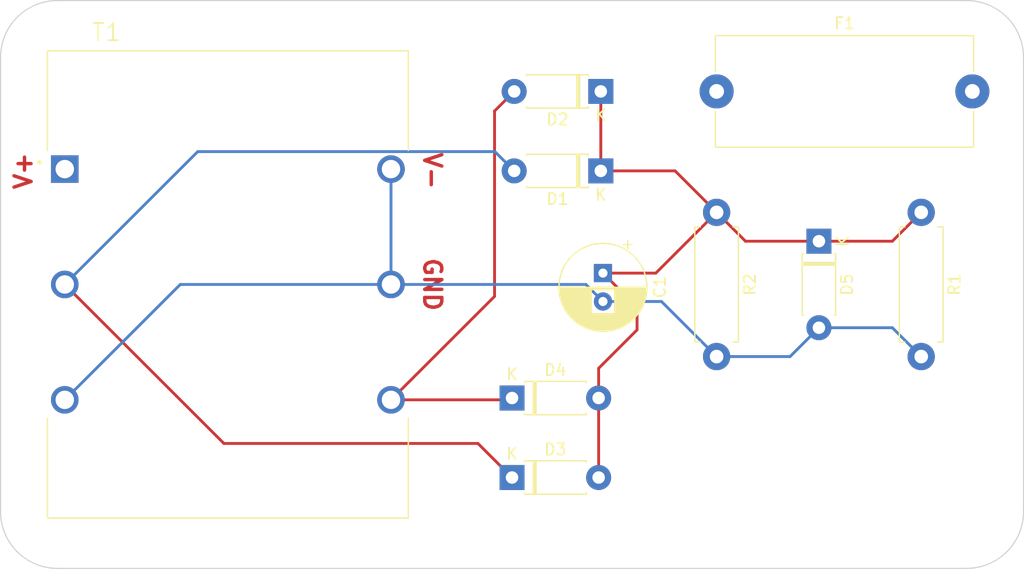
<source format=kicad_pcb>
(kicad_pcb (version 20211014) (generator pcbnew)
  (title_block (title "5V Power Supply") (date "2022-09-14") (rev "1"))
  (layers (0 "F.Cu" signal) (31 "B.Cu" signal) (34 "B.Paste" user) (35 "F.Paste" user) (36 "B.SilkS" user "B.Silkscreen") (37 "F.SilkS" user "F.Silkscreen") (38 "B.Mask" user) (39 "F.Mask" user) (44 "Edge.Cuts" user))
  (net 0 "")
  (net 1 "Net-(C1-Pad1)")
  (net 2 "V1")
  (net 3 "V2")
  (net 4 "Vmain")
  (net 5 "GND")
  (footprint "Diode_THT:D_DO-41_SOD81_P7.62mm_Horizontal" (layer "F.Cu") (at 91.5805 42.89 -90)
    (fp_text reference "D5" (at 3.81 -2.47 90) (layer "F.SilkS"))
    (fp_text value "1N5231B")
    (fp_text user "K" (at 0 -2.1 90) (layer "F.SilkS"))
    (fp_line (start 1.87 -1.47) (end 1.87 1.47) (layer "F.SilkS") (width 0.12))
    (fp_line (start 1.09 1.47) (end 6.53 1.47) (layer "F.SilkS") (width 0.12))
    (fp_line (start 6.53 -1.47) (end 6.53 -1.34) (layer "F.SilkS") (width 0.12))
    (fp_line (start 1.09 -1.34) (end 1.09 -1.47) (layer "F.SilkS") (width 0.12))
    (fp_line (start 6.53 1.47) (end 6.53 1.34) (layer "F.SilkS") (width 0.12))
    (fp_line (start 2.11 -1.47) (end 2.11 1.47) (layer "F.SilkS") (width 0.12))
    (fp_line (start 1.09 1.34) (end 1.09 1.47) (layer "F.SilkS") (width 0.12))
    (fp_line (start 1.99 -1.47) (end 1.99 1.47) (layer "F.SilkS") (width 0.12))
    (fp_line (start 1.09 -1.47) (end 6.53 -1.47) (layer "F.SilkS") (width 0.12))
    (pad "1" thru_hole rect (at 0 0 270) (size 2.2 2.2) (drill 1.1) (layers *.Cu *.Mask) (net 1 "Net-(C1-Pad1)"))
    (pad "2" thru_hole oval (at 7.62 0 270) (size 2.2 2.2) (drill 1.1) (layers *.Cu *.Mask) (net 5 "GND"))
  )
  (footprint "Diode_THT:D_DO-41_SOD81_P7.62mm_Horizontal" (layer "F.Cu") (at 64.5805 63.7)
    (fp_text reference "D3" (at 3.81 -2.47) (layer "F.SilkS"))
    (fp_text value "1N4004")
    (fp_text user "K" (at 0 -2.1) (layer "F.SilkS"))
    (fp_line (start 1.09 -1.47) (end 6.53 -1.47) (layer "F.SilkS") (width 0.12))
    (fp_line (start 2.11 -1.47) (end 2.11 1.47) (layer "F.SilkS") (width 0.12))
    (fp_line (start 1.87 -1.47) (end 1.87 1.47) (layer "F.SilkS") (width 0.12))
    (fp_line (start 1.09 1.34) (end 1.09 1.47) (layer "F.SilkS") (width 0.12))
    (fp_line (start 6.53 -1.47) (end 6.53 -1.34) (layer "F.SilkS") (width 0.12))
    (fp_line (start 1.09 -1.34) (end 1.09 -1.47) (layer "F.SilkS") (width 0.12))
    (fp_line (start 1.09 1.47) (end 6.53 1.47) (layer "F.SilkS") (width 0.12))
    (fp_line (start 1.99 -1.47) (end 1.99 1.47) (layer "F.SilkS") (width 0.12))
    (fp_line (start 6.53 1.47) (end 6.53 1.34) (layer "F.SilkS") (width 0.12))
    (pad "1" thru_hole rect (at 0 0) (size 2.2 2.2) (drill 1.1) (layers *.Cu *.Mask) (net 2 "V1"))
    (pad "2" thru_hole oval (at 7.62 0) (size 2.2 2.2) (drill 1.1) (layers *.Cu *.Mask) (net 1 "Net-(C1-Pad1)"))
  )
  (footprint "PC-34-125:XFMR_PC-34-125" (layer "F.Cu") (at 39.5805 46.7)
    (fp_text reference "T1" (at -10.68 -22.2056) (layer "F.SilkS") (effects (font (size 1.514331 1.514331))))
    (fp_text value "Transformer_1P_2S")
    (fp_line (start 15.875 -20.574) (end 15.875 -11.8) (layer "F.SilkS") (width 0.127))
    (fp_line (start -15.875 20.574) (end 15.875 20.574) (layer "F.SilkS") (width 0.127))
    (fp_line (start -15.875 20.574) (end -15.875 11.8) (layer "F.SilkS") (width 0.127))
    (fp_line (start -15.875 -20.574) (end 15.875 -20.574) (layer "F.SilkS") (width 0.127))
    (fp_line (start 15.875 11.8) (end 15.875 20.574) (layer "F.SilkS") (width 0.127))
    (fp_line (start -15.875 -11.8) (end -15.875 -20.574) (layer "F.SilkS") (width 0.127))
    (fp_circle (center -16.5771 -10.754) (end -16.4771 -10.754) (layer "F.SilkS") (width 0.2) (fill none))
    (pad "1" thru_hole rect locked (at -14.351 -10.16) (size 2.43 2.43) (drill 1.62) (layers *.Cu *.Mask) (net 4 "Vmain"))
    (pad "2" thru_hole circle locked (at 14.351 -10.16) (size 2.43 2.43) (drill 1.62) (layers *.Cu *.Mask) (net 5 "GND"))
    (pad "3" thru_hole circle locked (at -14.351 0) (size 2.43 2.43) (drill 1.62) (layers *.Cu *.Mask) (net 2 "V1"))
    (pad "4" thru_hole circle locked (at -14.351 10.16) (size 2.43 2.43) (drill 1.62) (layers *.Cu *.Mask) (net 5 "GND"))
    (pad "5" thru_hole circle locked (at 14.351 0) (size 2.43 2.43) (drill 1.62) (layers *.Cu *.Mask) (net 5 "GND"))
    (pad "6" thru_hole circle locked (at 14.351 10.16) (size 2.43 2.43) (drill 1.62) (layers *.Cu *.Mask) (net 3 "V2"))
  )
  (footprint "Resistor_THT:R_Axial_DIN0411_L9.9mm_D3.6mm_P12.70mm_Horizontal" (layer "F.Cu") (at 100.5805 40.35 -90)
    (fp_text reference "R1" (at 6.35 -2.92 90) (layer "F.SilkS"))
    (fp_text value "1.5k")
    (fp_line (start 1.28 1.44) (end 1.28 1.92) (layer "F.SilkS") (width 0.12))
    (fp_line (start 1.28 -1.44) (end 1.28 -1.92) (layer "F.SilkS") (width 0.12))
    (fp_line (start 11.42 -1.92) (end 11.42 -1.44) (layer "F.SilkS") (width 0.12))
    (fp_line (start 1.28 1.92) (end 11.42 1.92) (layer "F.SilkS") (width 0.12))
    (fp_line (start 11.42 1.92) (end 11.42 1.44) (layer "F.SilkS") (width 0.12))
    (fp_line (start 1.28 -1.92) (end 11.42 -1.92) (layer "F.SilkS") (width 0.12))
    (pad "1" thru_hole circle (at 0 0 270) (size 2.4 2.4) (drill 1.2) (layers *.Cu *.Mask) (net 1 "Net-(C1-Pad1)"))
    (pad "2" thru_hole oval (at 12.7 0 270) (size 2.4 2.4) (drill 1.2) (layers *.Cu *.Mask) (net 5 "GND"))
  )
  (footprint "Diode_THT:D_DO-41_SOD81_P7.62mm_Horizontal" (layer "F.Cu") (at 64.5805 56.7)
    (fp_text reference "D4" (at 3.81 -2.47) (layer "F.SilkS"))
    (fp_text value "1N4004")
    (fp_text user "K" (at 0 -2.1) (layer "F.SilkS"))
    (fp_line (start 6.53 -1.47) (end 6.53 -1.34) (layer "F.SilkS") (width 0.12))
    (fp_line (start 2.11 -1.47) (end 2.11 1.47) (layer "F.SilkS") (width 0.12))
    (fp_line (start 1.09 -1.34) (end 1.09 -1.47) (layer "F.SilkS") (width 0.12))
    (fp_line (start 1.87 -1.47) (end 1.87 1.47) (layer "F.SilkS") (width 0.12))
    (fp_line (start 1.99 -1.47) (end 1.99 1.47) (layer "F.SilkS") (width 0.12))
    (fp_line (start 1.09 1.34) (end 1.09 1.47) (layer "F.SilkS") (width 0.12))
    (fp_line (start 1.09 -1.47) (end 6.53 -1.47) (layer "F.SilkS") (width 0.12))
    (fp_line (start 6.53 1.47) (end 6.53 1.34) (layer "F.SilkS") (width 0.12))
    (fp_line (start 1.09 1.47) (end 6.53 1.47) (layer "F.SilkS") (width 0.12))
    (pad "1" thru_hole rect (at 0 0) (size 2.2 2.2) (drill 1.1) (layers *.Cu *.Mask) (net 3 "V2"))
    (pad "2" thru_hole oval (at 7.62 0) (size 2.2 2.2) (drill 1.1) (layers *.Cu *.Mask) (net 1 "Net-(C1-Pad1)"))
  )
  (footprint "Diode_THT:D_DO-41_SOD81_P7.62mm_Horizontal" (layer "F.Cu") (at 72.3905 36.7 180)
    (fp_text reference "D1" (at 3.81 -2.47) (layer "F.SilkS"))
    (fp_text value "1N4004")
    (fp_text user "K" (at 0 -2.1) (layer "F.SilkS"))
    (fp_line (start 1.09 1.34) (end 1.09 1.47) (layer "F.SilkS") (width 0.12))
    (fp_line (start 6.53 -1.47) (end 6.53 -1.34) (layer "F.SilkS") (width 0.12))
    (fp_line (start 1.87 -1.47) (end 1.87 1.47) (layer "F.SilkS") (width 0.12))
    (fp_line (start 1.09 -1.47) (end 6.53 -1.47) (layer "F.SilkS") (width 0.12))
    (fp_line (start 1.99 -1.47) (end 1.99 1.47) (layer "F.SilkS") (width 0.12))
    (fp_line (start 2.11 -1.47) (end 2.11 1.47) (layer "F.SilkS") (width 0.12))
    (fp_line (start 6.53 1.47) (end 6.53 1.34) (layer "F.SilkS") (width 0.12))
    (fp_line (start 1.09 -1.34) (end 1.09 -1.47) (layer "F.SilkS") (width 0.12))
    (fp_line (start 1.09 1.47) (end 6.53 1.47) (layer "F.SilkS") (width 0.12))
    (pad "1" thru_hole rect (at 0 0 180) (size 2.2 2.2) (drill 1.1) (layers *.Cu *.Mask) (net 1 "Net-(C1-Pad1)"))
    (pad "2" thru_hole oval (at 7.62 0 180) (size 2.2 2.2) (drill 1.1) (layers *.Cu *.Mask) (net 2 "V1"))
  )
  (footprint "Capacitor_THT:CP_Radial_D7.5mm_P2.50mm" (layer "F.Cu") (at 72.5805 45.7 -90)
    (fp_text reference "C1" (at 1.25 -5 90) (layer "F.SilkS"))
    (fp_text value "470u")
    (fp_line (start 1.89 1.04) (end 1.89 3.777) (layer "F.SilkS") (width 0.12))
    (fp_line (start 1.971 1.04) (end 1.971 3.763) (layer "F.SilkS") (width 0.12))
    (fp_line (start 2.051 1.04) (end 2.051 3.747) (layer "F.SilkS") (width 0.12))
    (fp_line (start 3.931 -2.752) (end 3.931 2.752) (layer "F.SilkS") (width 0.12))
    (fp_line (start 3.811 -2.863) (end 3.811 2.863) (layer "F.SilkS") (width 0.12))
    (fp_line (start 1.77 -3.795) (end 1.77 -1.04) (layer "F.SilkS") (width 0.12))
    (fp_line (start 3.331 -3.224) (end 3.331 -1.04) (layer "F.SilkS") (width 0.12))
    (fp_line (start -2.517211 -2.55) (end -2.517211 -1.8) (layer "F.SilkS") (width 0.12))
    (fp_line (start 4.411 -2.195) (end 4.411 2.195) (layer "F.SilkS") (width 0.12))
    (fp_line (start 3.531 1.04) (end 3.531 3.088) (layer "F.SilkS") (width 0.12))
    (fp_line (start 2.131 -3.729) (end 2.131 -1.04) (layer "F.SilkS") (width 0.12))
    (fp_line (start 3.211 1.04) (end 3.211 3.297) (layer "F.SilkS") (width 0.12))
    (fp_line (start 1.85 1.04) (end 1.85 3.784) (layer "F.SilkS") (width 0.12))
    (fp_line (start 3.131 1.04) (end 3.131 3.343) (layer "F.SilkS") (width 0.12))
    (fp_line (start 2.291 -3.688) (end 2.291 -1.04) (layer "F.SilkS") (width 0.12))
    (fp_line (start 4.851 -1.381) (end 4.851 1.381) (layer "F.SilkS") (width 0.12))
    (fp_line (start 1.81 1.04) (end 1.81 3.79) (layer "F.SilkS") (width 0.12))
    (fp_line (start 3.491 1.04) (end 3.491 3.116) (layer "F.SilkS") (width 0.12))
    (fp_line (start 2.171 1.04) (end 2.171 3.72) (layer "F.SilkS") (width 0.12))
    (fp_line (start 1.53 -3.82) (end 1.53 -1.04) (layer "F.SilkS") (width 0.12))
    (fp_line (start 2.811 -3.502) (end 2.811 -1.04) (layer "F.SilkS") (width 0.12))
    (fp_line (start 4.091 -2.589) (end 4.091 2.589) (layer "F.SilkS") (width 0.12))
    (fp_line (start 1.81 -3.79) (end 1.81 -1.04) (layer "F.SilkS") (width 0.12))
    (fp_line (start 3.131 -3.343) (end 3.131 -1.04) (layer "F.SilkS") (width 0.12))
    (fp_line (start 2.851 1.04) (end 2.851 3.484) (layer "F.SilkS") (width 0.12))
    (fp_line (start 2.691 1.04) (end 2.691 3.553) (layer "F.SilkS") (width 0.12))
    (fp_line (start 2.251 -3.699) (end 2.251 -1.04) (layer "F.SilkS") (width 0.12))
    (fp_line (start 1.93 -3.77) (end 1.93 -1.04) (layer "F.SilkS") (width 0.12))
    (fp_line (start 4.291 -2.355) (end 4.291 2.355) (layer "F.SilkS") (width 0.12))
    (fp_line (start 3.091 1.04) (end 3.091 3.365) (layer "F.SilkS") (width 0.12))
    (fp_line (start 3.771 -2.898) (end 3.771 2.898) (layer "F.SilkS") (width 0.12))
    (fp_line (start 4.251 -2.405) (end 4.251 2.405) (layer "F.SilkS") (width 0.12))
    (fp_line (start 1.93 1.04) (end 1.93 3.77) (layer "F.SilkS") (width 0.12))
    (fp_line (start 4.811 -1.478) (end 4.811 1.478) (layer "F.SilkS") (width 0.12))
    (fp_line (start -2.892211 -2.175) (end -2.142211 -2.175) (layer "F.SilkS") (width 0.12))
    (fp_line (start 2.611 1.04) (end 2.611 3.584) (layer "F.SilkS") (width 0.12))
    (fp_line (start 4.491 -2.077) (end 4.491 2.077) (layer "F.SilkS") (width 0.12))
    (fp_line (start 4.771 -1.569) (end 4.771 1.569) (layer "F.SilkS") (width 0.12))
    (fp_line (start 1.89 -3.777) (end 1.89 -1.04) (layer "F.SilkS") (width 0.12))
    (fp_line (start 2.051 -3.747) (end 2.051 -1.04) (layer "F.SilkS") (width 0.12))
    (fp_line (start 1.61 1.04) (end 1.61 3.814) (layer "F.SilkS") (width 0.12))
    (fp_line (start 2.171 -3.72) (end 2.171 -1.04) (layer "F.SilkS") (width 0.12))
    (fp_line (start 3.291 -3.249) (end 3.291 -1.04) (layer "F.SilkS") (width 0.12))
    (fp_line (start 3.331 1.04) (end 3.331 3.224) (layer "F.SilkS") (width 0.12))
    (fp_line (start 2.651 -3.568) (end 2.651 -1.04) (layer "F.SilkS") (width 0.12))
    (fp_line (start 2.371 -3.665) (end 2.371 -1.04) (layer "F.SilkS") (width 0.12))
    (fp_line (start 3.251 1.04) (end 3.251 3.274) (layer "F.SilkS") (width 0.12))
    (fp_line (start 2.811 1.04) (end 2.811 3.502) (layer "F.SilkS") (width 0.12))
    (fp_line (start 5.051 -0.693) (end 5.051 0.693) (layer "F.SilkS") (width 0.12))
    (fp_line (start 3.051 -3.386) (end 3.051 -1.04) (layer "F.SilkS") (width 0.12))
    (fp_line (start 4.731 -1.654) (end 4.731 1.654) (layer "F.SilkS") (width 0.12))
    (fp_line (start 3.851 -2.827) (end 3.851 2.827) (layer "F.SilkS") (width 0.12))
    (fp_line (start 1.65 -3.81) (end 1.65 -1.04) (layer "F.SilkS") (width 0.12))
    (fp_line (start 1.37 -3.829) (end 1.37 3.829) (layer "F.SilkS") (width 0.12))
    (fp_line (start 4.171 -2.5) (end 4.171 2.5) (layer "F.SilkS") (width 0.12))
    (fp_line (start 2.931 1.04) (end 2.931 3.447) (layer "F.SilkS") (width 0.12))
    (fp_line (start 2.411 -3.653) (end 2.411 -1.04) (layer "F.SilkS") (width 0.12))
    (fp_line (start 4.891 -1.275) (end 4.891 1.275) (layer "F.SilkS") (width 0.12))
    (fp_line (start 3.531 -3.088) (end 3.531 -1.04) (layer "F.SilkS") (width 0.12))
    (fp_line (start 2.571 1.04) (end 2.571 3.598) (layer "F.SilkS") (width 0.12))
    (fp_line (start 3.691 -2.964) (end 3.691 2.964) (layer "F.SilkS") (width 0.12))
    (fp_line (start 3.291 1.04) (end 3.291 3.249) (layer "F.SilkS") (width 0.12))
    (fp_line (start 3.611 -3.028) (end 3.611 3.028) (layer "F.SilkS") (width 0.12))
    (fp_line (start 3.411 1.04) (end 3.411 3.172) (layer "F.SilkS") (width 0.12))
    (fp_line (start 2.571 -3.598) (end 2.571 -1.04) (layer "F.SilkS") (width 0.12))
    (fp_line (start 4.691 -1.733) (end 4.691 1.733) (layer "F.SilkS") (width 0.12))
    (fp_line (start 1.57 1.04) (end 1.57 3.817) (layer "F.SilkS") (width 0.12))
    (fp_line (start 5.091 -0.441) (end 5.091 0.441) (layer "F.SilkS") (width 0.12))
    (fp_line (start 1.25 -3.83) (end 1.25 3.83) (layer "F.SilkS") (width 0.12))
    (fp_line (start 2.731 -3.536) (end 2.731 -1.04) (layer "F.SilkS") (width 0.12))
    (fp_line (start 2.851 -3.484) (end 2.851 -1.04) (layer "F.SilkS") (width 0.12))
    (fp_line (start 2.651 1.04) (end 2.651 3.568) (layer "F.SilkS") (width 0.12))
    (fp_line (start 4.531 -2.014) (end 4.531 2.014) (layer "F.SilkS") (width 0.12))
    (fp_line (start 3.411 -3.172) (end 3.411 -1.04) (layer "F.SilkS") (width 0.12))
    (fp_line (start 2.891 -3.466) (end 2.891 -1.04) (layer "F.SilkS") (width 0.12))
    (fp_line (start 1.73 1.04) (end 1.73 3.801) (layer "F.SilkS") (width 0.12))
    (fp_line (start 2.291 1.04) (end 2.291 3.688) (layer "F.SilkS") (width 0.12))
    (fp_line (start 2.891 1.04) (end 2.891 3.466) (layer "F.SilkS") (width 0.12))
    (fp_line (start 4.611 -1.881) (end 4.611 1.881) (layer "F.SilkS") (width 0.12))
    (fp_line (start 3.491 -3.116) (end 3.491 -1.04) (layer "F.SilkS") (width 0.12))
    (fp_line (start 4.651 -1.809) (end 4.651 1.809) (layer "F.SilkS") (width 0.12))
    (fp_line (start 2.451 1.04) (end 2.451 3.64) (layer "F.SilkS") (width 0.12))
    (fp_line (start 4.571 -1.949) (end 4.571 1.949) (layer "F.SilkS") (width 0.12))
    (fp_line (start 1.65 1.04) (end 1.65 3.81) (layer "F.SilkS") (width 0.12))
    (fp_line (start 3.651 -2.996) (end 3.651 2.996) (layer "F.SilkS") (width 0.12))
    (fp_line (start 3.371 1.04) (end 3.371 3.198) (layer "F.SilkS") (width 0.12))
    (fp_line (start 3.211 -3.297) (end 3.211 -1.04) (layer "F.SilkS") (width 0.12))
    (fp_line (start 2.251 1.04) (end 2.251 3.699) (layer "F.SilkS") (width 0.12))
    (fp_line (start 4.011 -2.673) (end 4.011 2.673) (layer "F.SilkS") (width 0.12))
    (fp_line (start 3.731 -2.931) (end 3.731 2.931) (layer "F.SilkS") (width 0.12))
    (fp_line (start 2.091 -3.738) (end 2.091 -1.04) (layer "F.SilkS") (width 0.12))
    (fp_line (start 1.77 1.04) (end 1.77 3.795) (layer "F.SilkS") (width 0.12))
    (fp_line (start 2.371 1.04) (end 2.371 3.665) (layer "F.SilkS") (width 0.12))
    (fp_line (start 2.691 -3.553) (end 2.691 -1.04) (layer "F.SilkS") (width 0.12))
    (fp_line (start 3.171 1.04) (end 3.171 3.321) (layer "F.SilkS") (width 0.12))
    (fp_line (start 3.971 -2.713) (end 3.971 2.713) (layer "F.SilkS") (width 0.12))
    (fp_line (start 2.451 -3.64) (end 2.451 -1.04) (layer "F.SilkS") (width 0.12))
    (fp_line (start 3.371 -3.198) (end 3.371 -1.04) (layer "F.SilkS") (width 0.12))
    (fp_line (start 3.171 -3.321) (end 3.171 -1.04) (layer "F.SilkS") (width 0.12))
    (fp_line (start 1.33 -3.83) (end 1.33 3.83) (layer "F.SilkS") (width 0.12))
    (fp_line (start 4.931 -1.158) (end 4.931 1.158) (layer "F.SilkS") (width 0.12))
    (fp_line (start 1.85 -3.784) (end 1.85 -1.04) (layer "F.SilkS") (width 0.12))
    (fp_line (start 1.73 -3.801) (end 1.73 -1.04) (layer "F.SilkS") (width 0.12))
    (fp_line (start 2.131 1.04) (end 2.131 3.729) (layer "F.SilkS") (width 0.12))
    (fp_line (start 2.971 -3.427) (end 2.971 -1.04) (layer "F.SilkS") (width 0.12))
    (fp_line (start 1.49 1.04) (end 1.49 3.823) (layer "F.SilkS") (width 0.12))
    (fp_line (start 4.331 -2.304) (end 4.331 2.304) (layer "F.SilkS") (width 0.12))
    (fp_line (start 1.53 1.04) (end 1.53 3.82) (layer "F.SilkS") (width 0.12))
    (fp_line (start 3.011 1.04) (end 3.011 3.407) (layer "F.SilkS") (width 0.12))
    (fp_line (start 1.49 -3.823) (end 1.49 -1.04) (layer "F.SilkS") (width 0.12))
    (fp_line (start 2.931 -3.447) (end 2.931 -1.04) (layer "F.SilkS") (width 0.12))
    (fp_line (start 2.611 -3.584) (end 2.611 -1.04) (layer "F.SilkS") (width 0.12))
    (fp_line (start 2.731 1.04) (end 2.731 3.536) (layer "F.SilkS") (width 0.12))
    (fp_line (start 2.091 1.04) (end 2.091 3.738) (layer "F.SilkS") (width 0.12))
    (fp_line (start 1.29 -3.83) (end 1.29 3.83) (layer "F.SilkS") (width 0.12))
    (fp_line (start 4.971 -1.028) (end 4.971 1.028) (layer "F.SilkS") (width 0.12))
    (fp_line (start 1.61 -3.814) (end 1.61 -1.04) (layer "F.SilkS") (width 0.12))
    (fp_line (start 3.251 -3.274) (end 3.251 -1.04) (layer "F.SilkS") (width 0.12))
    (fp_line (start 1.69 1.04) (end 1.69 3.805) (layer "F.SilkS") (width 0.12))
    (fp_line (start 1.57 -3.817) (end 1.57 -1.04) (layer "F.SilkS") (width 0.12))
    (fp_line (start 2.211 1.04) (end 2.211 3.71) (layer "F.SilkS") (width 0.12))
    (fp_line (start 4.211 -2.454) (end 4.211 2.454) (layer "F.SilkS") (width 0.12))
    (fp_line (start 2.211 -3.71) (end 2.211 -1.04) (layer "F.SilkS") (width 0.12))
    (fp_line (start 3.891 -2.79) (end 3.891 2.79) (layer "F.SilkS") (width 0.12))
    (fp_line (start 1.41 -3.827) (end 1.41 3.827) (layer "F.SilkS") (width 0.12))
    (fp_line (start 5.011 -0.877) (end 5.011 0.877) (layer "F.SilkS") (width 0.12))
    (fp_line (start 2.491 -3.626) (end 2.491 -1.04) (layer "F.SilkS") (width 0.12))
    (fp_line (start 2.411 1.04) (end 2.411 3.653) (layer "F.SilkS") (width 0.12))
    (fp_line (start 3.011 -3.407) (end 3.011 -1.04) (layer "F.SilkS") (width 0.12))
    (fp_line (start 4.131 -2.546) (end 4.131 2.546) (layer "F.SilkS") (width 0.12))
    (fp_line (start 2.011 -3.755) (end 2.011 -1.04) (layer "F.SilkS") (width 0.12))
    (fp_line (start 2.011 1.04) (end 2.011 3.755) (layer "F.SilkS") (width 0.12))
    (fp_line (start 2.531 1.04) (end 2.531 3.613) (layer "F.SilkS") (width 0.12))
    (fp_line (start 1.45 -3.825) (end 1.45 3.825) (layer "F.SilkS") (width 0.12))
    (fp_line (start 2.971 1.04) (end 2.971 3.427) (layer "F.SilkS") (width 0.12))
    (fp_line (start 2.771 -3.52) (end 2.771 -1.04) (layer "F.SilkS") (width 0.12))
    (fp_line (start 2.331 -3.677) (end 2.331 -1.04) (layer "F.SilkS") (width 0.12))
    (fp_line (start 2.491 1.04) (end 2.491 3.626) (layer "F.SilkS") (width 0.12))
    (fp_line (start 3.451 1.04) (end 3.451 3.144) (layer "F.SilkS") (width 0.12))
    (fp_line (start 4.051 -2.632) (end 4.051 2.632) (layer "F.SilkS") (width 0.12))
    (fp_line (start 4.451 -2.137) (end 4.451 2.137) (layer "F.SilkS") (width 0.12))
    (fp_line (start 3.451 -3.144) (end 3.451 -1.04) (layer "F.SilkS") (width 0.12))
    (fp_line (start 4.371 -2.25) (end 4.371 2.25) (layer "F.SilkS") (width 0.12))
    (fp_line (start 2.531 -3.613) (end 2.531 -1.04) (layer "F.SilkS") (width 0.12))
    (fp_line (start 2.771 1.04) (end 2.771 3.52) (layer "F.SilkS") (width 0.12))
    (fp_line (start 1.971 -3.763) (end 1.971 -1.04) (layer "F.SilkS") (width 0.12))
    (fp_line (start 3.051 1.04) (end 3.051 3.386) (layer "F.SilkS") (width 0.12))
    (fp_line (start 3.571 -3.058) (end 3.571 3.058) (layer "F.SilkS") (width 0.12))
    (fp_line (start 3.091 -3.365) (end 3.091 -1.04) (layer "F.SilkS") (width 0.12))
    (fp_line (start 2.331 1.04) (end 2.331 3.677) (layer "F.SilkS") (width 0.12))
    (fp_line (start 1.69 -3.805) (end 1.69 -1.04) (layer "F.SilkS") (width 0.12))
    (fp_circle (center 1.25 0) (end 5.12 0) (layer "F.SilkS") (width 0.12) (fill none))
    (pad "1" thru_hole rect (at 0 0 270) (size 1.6 1.6) (drill 0.8) (layers *.Cu *.Mask) (net 1 "Net-(C1-Pad1)"))
    (pad "2" thru_hole circle (at 2.5 0 270) (size 1.6 1.6) (drill 0.8) (layers *.Cu *.Mask) (net 5 "GND"))
  )
  (footprint "Diode_THT:D_DO-41_SOD81_P7.62mm_Horizontal" (layer "F.Cu") (at 72.3905 29.7 180)
    (fp_text reference "D2" (at 3.81 -2.47) (layer "F.SilkS"))
    (fp_text value "1N4004")
    (fp_text user "K" (at 0 -2.1) (layer "F.SilkS"))
    (fp_line (start 1.09 -1.47) (end 6.53 -1.47) (layer "F.SilkS") (width 0.12))
    (fp_line (start 6.53 1.47) (end 6.53 1.34) (layer "F.SilkS") (width 0.12))
    (fp_line (start 1.09 1.34) (end 1.09 1.47) (layer "F.SilkS") (width 0.12))
    (fp_line (start 1.09 1.47) (end 6.53 1.47) (layer "F.SilkS") (width 0.12))
    (fp_line (start 1.87 -1.47) (end 1.87 1.47) (layer "F.SilkS") (width 0.12))
    (fp_line (start 1.99 -1.47) (end 1.99 1.47) (layer "F.SilkS") (width 0.12))
    (fp_line (start 6.53 -1.47) (end 6.53 -1.34) (layer "F.SilkS") (width 0.12))
    (fp_line (start 1.09 -1.34) (end 1.09 -1.47) (layer "F.SilkS") (width 0.12))
    (fp_line (start 2.11 -1.47) (end 2.11 1.47) (layer "F.SilkS") (width 0.12))
    (pad "1" thru_hole rect (at 0 0 180) (size 2.2 2.2) (drill 1.1) (layers *.Cu *.Mask) (net 1 "Net-(C1-Pad1)"))
    (pad "2" thru_hole oval (at 7.62 0 180) (size 2.2 2.2) (drill 1.1) (layers *.Cu *.Mask) (net 3 "V2"))
  )
  (footprint "Fuse:Fuseholder_Cylinder-5x20mm_Schurter_0031_8201_Horizontal_Open" (layer "F.Cu") (at 82.5805 29.7)
    (fp_text reference "F1" (at 11.25 -6) (layer "F.SilkS"))
    (fp_text value "Fuse")
    (fp_line (start -0.11 4.91) (end 22.61 4.91) (layer "F.SilkS") (width 0.12))
    (fp_line (start -0.11 -4.91) (end 22.61 -4.91) (layer "F.SilkS") (width 0.12))
    (fp_line (start -0.11 4.91) (end -0.11 1.75) (layer "F.SilkS") (width 0.12))
    (fp_line (start -0.11 -1.75) (end -0.11 -4.91) (layer "F.SilkS") (width 0.12))
    (fp_line (start 22.61 4.91) (end 22.61 1.75) (layer "F.SilkS") (width 0.12))
    (fp_line (start 22.61 -1.75) (end 22.61 -4.91) (layer "F.SilkS") (width 0.12))
    (pad "" np_thru_hole circle (at 11.25 0) (size 2.7 2.7) (drill 2.7) (layers *.Cu *.Mask))
    (pad "1" thru_hole circle (at 0 0) (size 3 3) (drill 1.3) (layers *.Cu *.Mask))
    (pad "2" thru_hole circle (at 22.5 0) (size 3 3) (drill 1.3) (layers *.Cu *.Mask))
  )
  (footprint "Resistor_THT:R_Axial_DIN0411_L9.9mm_D3.6mm_P12.70mm_Horizontal" (layer "F.Cu") (at 82.5805 40.35 -90)
    (fp_text reference "R2" (at 6.35 -2.92 90) (layer "F.SilkS"))
    (fp_text value "R")
    (fp_line (start 1.28 -1.92) (end 11.42 -1.92) (layer "F.SilkS") (width 0.12))
    (fp_line (start 11.42 -1.92) (end 11.42 -1.44) (layer "F.SilkS") (width 0.12))
    (fp_line (start 1.28 1.92) (end 11.42 1.92) (layer "F.SilkS") (width 0.12))
    (fp_line (start 11.42 1.92) (end 11.42 1.44) (layer "F.SilkS") (width 0.12))
    (fp_line (start 1.28 -1.44) (end 1.28 -1.92) (layer "F.SilkS") (width 0.12))
    (fp_line (start 1.28 1.44) (end 1.28 1.92) (layer "F.SilkS") (width 0.12))
    (pad "1" thru_hole circle (at 0 0 270) (size 2.4 2.4) (drill 1.2) (layers *.Cu *.Mask) (net 1 "Net-(C1-Pad1)"))
    (pad "2" thru_hole oval (at 12.7 0 270) (size 2.4 2.4) (drill 1.2) (layers *.Cu *.Mask) (net 5 "GND"))
  )
  (gr_line (start 104.5805 71.7) (end 24.5805 71.7) (layer "Edge.Cuts") (width 0.1))
  (gr_arc (start 104.5805 21.7) (mid 108.116034 23.164466) (end 109.5805 26.7) (layer "Edge.Cuts") (width 0.1))
  (gr_arc (start 19.5805 26.7) (mid 21.044966 23.164466) (end 24.5805 21.7) (layer "Edge.Cuts") (width 0.1))
  (gr_arc (start 109.5805 66.7) (mid 108.116034 70.235534) (end 104.5805 71.7) (layer "Edge.Cuts") (width 0.1))
  (gr_line (start 24.5805 21.7) (end 104.5805 21.7) (layer "Edge.Cuts") (width 0.1))
  (gr_line (start 19.5805 66.7) (end 19.5805 26.7) (layer "Edge.Cuts") (width 0.1))
  (gr_arc (start 24.5805 71.7) (mid 21.044966 70.235534) (end 19.5805 66.7) (layer "Edge.Cuts") (width 0.1))
  (gr_line (start 109.5805 26.7) (end 109.5805 66.7) (layer "Edge.Cuts") (width 0.1))
  (gr_text "V-\n" (at 57.5805 36.7 270) (layer "F.Cu") (effects (font (size 1.5 1.5) (thickness 0.3))))
  (gr_text "GND" (at 57.5805 46.7 270) (layer "F.Cu") (effects (font (size 1.5 1.5) (thickness 0.3))))
  (gr_text "V+\n" (at 21.5805 36.7 90) (layer "F.Cu") (effects (font (size 1.5 1.5) (thickness 0.3))))
  (segment (start 78.9305 36.7) (end 72.3905 36.7) (width 0.25) (layer "F.Cu") (net 1))
  (segment (start 100.5805 40.35) (end 98.0405 42.89) (width 0.25) (layer "F.Cu") (net 1))
  (segment (start 85.1205 42.89) (end 82.5805 40.35) (width 0.25) (layer "F.Cu") (net 1))
  (segment (start 75.5805 50.7) (end 75.5805 48.7) (width 0.25) (layer "F.Cu") (net 1))
  (segment (start 72.3905 36.7) (end 72.3905 29.7) (width 0.25) (layer "F.Cu") (net 1))
  (segment (start 98.0405 42.89) (end 91.5805 42.89) (width 0.25) (layer "F.Cu") (net 1))
  (segment (start 82.5805 40.35) (end 78.9305 36.7) (width 0.25) (layer "F.Cu") (net 1))
  (segment (start 72.2005 56.7) (end 72.2005 54.08) (width 0.25) (layer "F.Cu") (net 1))
  (segment (start 72.2005 54.08) (end 75.5805 50.7) (width 0.25) (layer "F.Cu") (net 1))
  (segment (start 72.2005 63.7) (end 72.2005 56.7) (width 0.25) (layer "F.Cu") (net 1))
  (segment (start 75.5805 48.7) (end 72.5805 45.7) (width 0.25) (layer "F.Cu") (net 1))
  (segment (start 77.2305 45.7) (end 82.5805 40.35) (width 0.25) (layer "F.Cu") (net 1))
  (segment (start 91.5805 42.89) (end 85.1205 42.89) (width 0.25) (layer "F.Cu") (net 1))
  (segment (start 72.5805 45.7) (end 77.2305 45.7) (width 0.25) (layer "F.Cu") (net 1))
  (segment (start 61.5805 60.7) (end 39.2295 60.7) (width 0.25) (layer "F.Cu") (net 2))
  (segment (start 39.2295 60.7) (end 25.2295 46.7) (width 0.25) (layer "F.Cu") (net 2))
  (segment (start 64.5805 63.7) (end 61.5805 60.7) (width 0.25) (layer "F.Cu") (net 2))
  (segment (start 36.9295 35) (end 25.2295 46.7) (width 0.25) (layer "B.Cu") (net 2))
  (segment (start 63.0705 35) (end 36.9295 35) (width 0.25) (layer "B.Cu") (net 2))
  (segment (start 64.7705 36.7) (end 63.0705 35) (width 0.25) (layer "B.Cu") (net 2))
  (segment (start 63.042635 31.427865) (end 64.7705 29.7) (width 0.25) (layer "F.Cu") (net 3))
  (segment (start 53.9315 56.86) (end 64.4205 56.86) (width 0.25) (layer "F.Cu") (net 3))
  (segment (start 64.4205 56.86) (end 64.5805 56.7) (width 0.25) (layer "F.Cu") (net 3))
  (segment (start 63.042635 47.748865) (end 63.042635 31.427865) (width 0.25) (layer "F.Cu") (net 3))
  (segment (start 53.9315 56.86) (end 63.042635 47.748865) (width 0.25) (layer "F.Cu") (net 3))
  (segment (start 82.5805 53.05) (end 89.0405 53.05) (width 0.25) (layer "B.Cu") (net 5))
  (segment (start 25.2295 56.86) (end 35.3895 46.7) (width 0.25) (layer "B.Cu") (net 5))
  (segment (start 91.5805 50.51) (end 98.0405 50.51) (width 0.25) (layer "B.Cu") (net 5))
  (segment (start 35.3895 46.7) (end 53.9315 46.7) (width 0.25) (layer "B.Cu") (net 5))
  (segment (start 77.7305 48.2) (end 82.5805 53.05) (width 0.25) (layer "B.Cu") (net 5))
  (segment (start 71.0805 46.7) (end 72.5805 48.2) (width 0.25) (layer "B.Cu") (net 5))
  (segment (start 98.0405 50.51) (end 100.5805 53.05) (width 0.25) (layer "B.Cu") (net 5))
  (segment (start 53.9315 46.7) (end 71.0805 46.7) (width 0.25) (layer "B.Cu") (net 5))
  (segment (start 89.0405 53.05) (end 91.5805 50.51) (width 0.25) (layer "B.Cu") (net 5))
  (segment (start 53.9315 36.54) (end 53.9315 46.7) (width 0.25) (layer "B.Cu") (net 5))
  (segment (start 72.5805 48.2) (end 77.7305 48.2) (width 0.25) (layer "B.Cu") (net 5))
)
</source>
